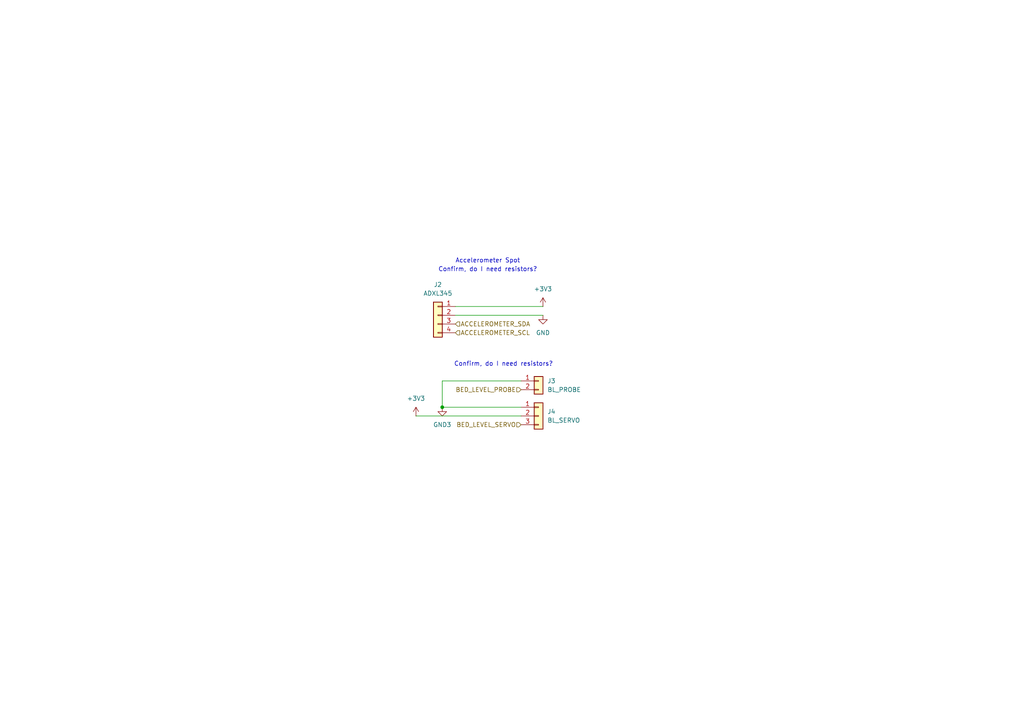
<source format=kicad_sch>
(kicad_sch (version 20250114) (generator "eeschema") (generator_version "9.0")
  (paper "A4")
  (lib_symbols
    (symbol "Connector_Generic:Conn_01x02" (pin_names (offset 1.016) (hide yes))
      (property "Reference" "J" (at 0 2.54 0))
      (property "Value" "Conn_01x02" (at 0 -5.08 0))
      (symbol "Conn_01x02_1_1"
        (rectangle (start -1.27 1.27) (end 1.27 -3.81) (stroke (width 0.254)) (fill (type background)))
        (rectangle (start -1.27 0.127) (end 0 -0.127) (stroke (width 0.1524)))
        (rectangle (start -1.27 -2.413) (end 0 -2.667) (stroke (width 0.1524)))
        (pin passive line (at -5.08 0 0) (length 3.81) (name "Pin_1") (number "1"))
        (pin passive line (at -5.08 -2.54 0) (length 3.81) (name "Pin_2") (number "2"))
      )
    )
    (symbol "Connector_Generic:Conn_01x03" (pin_names (offset 1.016) (hide yes))
      (property "Reference" "J" (at 0 5.08 0))
      (property "Value" "Conn_01x03" (at 0 -5.08 0))
      (symbol "Conn_01x03_1_1"
        (rectangle (start -1.27 3.81) (end 1.27 -3.81) (stroke (width 0.254)) (fill (type background)))
        (rectangle (start -1.27 2.667) (end 0 2.413) (stroke (width 0.1524)))
        (rectangle (start -1.27 0.127) (end 0 -0.127) (stroke (width 0.1524)))
        (rectangle (start -1.27 -2.413) (end 0 -2.667) (stroke (width 0.1524)))
        (pin passive line (at -5.08 2.54 0) (length 3.81) (name "Pin_1") (number "1"))
        (pin passive line (at -5.08 0 0) (length 3.81) (name "Pin_2") (number "2"))
        (pin passive line (at -5.08 -2.54 0) (length 3.81) (name "Pin_3") (number "3"))
      )
    )
    (symbol "Connector_Generic:Conn_01x04" (pin_names (offset 1.016) (hide yes))
      (property "Reference" "J" (at 0 5.08 0))
      (property "Value" "Conn_01x04" (at 0 -7.62 0))
      (symbol "Conn_01x04_1_1"
        (rectangle (start -1.27 3.81) (end 1.27 -6.35) (stroke (width 0.254)) (fill (type background)))
        (rectangle (start -1.27 2.667) (end 0 2.413) (stroke (width 0.1524)))
        (rectangle (start -1.27 0.127) (end 0 -0.127) (stroke (width 0.1524)))
        (rectangle (start -1.27 -2.413) (end 0 -2.667) (stroke (width 0.1524)))
        (rectangle (start -1.27 -4.953) (end 0 -5.207) (stroke (width 0.1524)))
        (pin passive line (at -5.08 2.54 0) (length 3.81) (name "Pin_1") (number "1"))
        (pin passive line (at -5.08 0 0) (length 3.81) (name "Pin_2") (number "2"))
        (pin passive line (at -5.08 -2.54 0) (length 3.81) (name "Pin_3") (number "3"))
        (pin passive line (at -5.08 -5.08 0) (length 3.81) (name "Pin_4") (number "4"))
      )
    )
    (symbol "power:+3V3" (power) (pin_numbers (hide yes)) (pin_names (offset 0) (hide yes))
      (property "Value" "+3V3" (at 0 3.556 0))
      (symbol "+3V3_0_1"
        (polyline (pts (xy -0.762 1.27) (xy 0 2.54)))
        (polyline (pts (xy 0 2.54) (xy 0.762 1.27)))
        (polyline (pts (xy 0 0) (xy 0 2.54)))
      )
      (symbol "+3V3_1_1"
        (pin power_in line (at 0 0 90) (length 0) (name "~") (number "1"))
      )
    )
    (symbol "power:GND" (power) (pin_numbers (hide yes)) (pin_names (offset 0) (hide yes))
      (property "Value" "GND" (at 0 -3.81 0))
      (symbol "GND_0_1"
        (polyline (pts (xy 0 0) (xy 0 -1.27) (xy 1.27 -1.27) (xy 0 -2.54) (xy -1.27 -1.27) (xy 0 -1.27)))
      )
      (symbol "GND_1_1"
        (pin power_in line (at 0 0 270) (length 0) (name "~") (number "1"))
      )
    )
    (symbol "power:GND3" (power) (pin_numbers (hide yes)) (pin_names (offset 0) (hide yes))
      (property "Value" "GND3" (at 0 -3.81 0))
      (symbol "GND3_0_1"
        (polyline (pts (xy 0 0) (xy 0 -1.27) (xy 1.27 -1.27) (xy 0 -2.54) (xy -1.27 -1.27) (xy 0 -1.27)))
      )
      (symbol "GND3_1_1"
        (pin power_in line (at 0 0 270) (length 0) (name "~") (number "1"))
      )
    )
  )
  (text "Confirm, do I need resistors?" (at 146.05 105.664 0) (effects (font (size 1.27 1.27))))
  (text "Accelerometer Spot\n" (at 141.478 75.692 0) (effects (font (size 1.27 1.27))))
  (text "Confirm, do I need resistors?" (at 141.478 78.232 0) (effects (font (size 1.27 1.27))))
  (junction (at 128.27 118.11))
  (wire (pts (xy 157.48 88.9) (xy 132.08 88.9)))
  (wire (pts (xy 128.27 118.11) (xy 151.13 118.11)))
  (wire (pts (xy 120.65 120.65) (xy 151.13 120.65)))
  (wire (pts (xy 132.08 91.44) (xy 157.48 91.44)))
  (wire (pts (xy 128.27 110.49) (xy 128.27 118.11)))
  (wire (pts (xy 128.27 110.49) (xy 151.13 110.49)))
  (hierarchical_label "BED_LEVEL_PROBE" (shape input) (at 151.13 113.03 180))
  (hierarchical_label "ACCELEROMETER_SCL" (shape input) (at 132.08 96.52 0))
  (hierarchical_label "ACCELEROMETER_SDA" (shape input) (at 132.08 93.98 0))
  (hierarchical_label "BED_LEVEL_SERVO" (shape input) (at 151.13 123.19 180))
  (symbol (lib_id "power:GND") (at 157.48 91.44 0) (unit 1)
    (property "Reference" "#PWR0170" (effects (hide yes)))
    (property "Value" "GND" (at 157.48 96.52 0))
    (property "Description" "Power symbol creates a global label with name \"GND\" , ground" (effects (hide yes)))
  )
  (symbol (lib_id "power:GND3") (at 128.27 118.11 0) (unit 1)
    (property "Reference" "#PWR0135" (effects (hide yes)))
    (property "Value" "GND3" (at 128.27 123.19 0))
    (property "Description" "Power symbol creates a global label with name \"GND3\" , ground" (effects (hide yes)))
  )
  (symbol (lib_id "power:+3V3") (at 157.48 88.9 0) (unit 1)
    (property "Reference" "#PWR0169" (effects (hide yes)))
    (property "Value" "+3V3" (at 157.48 83.82 0))
    (property "Description" "Power symbol creates a global label with name \"+3V3\"" (effects (hide yes)))
  )
  (symbol (lib_id "Connector_Generic:Conn_01x04") (at 127 91.44 0) (mirror y) (unit 1)
    (property "Reference" "J2" (at 127 82.55 0))
    (property "Value" "ADXL345" (at 127 85.09 0))
    (property "Footprint" "Connector_JST:JST_PH_B4B-PH-K_1x04_P2.00mm_Vertical" (effects (hide yes)))
    (property "Description" "Generic connector, single row, 01x04, script generated (kicad-library-utils/schlib/autogen/connector/)" (effects (hide yes)))
  )
  (symbol (lib_id "Connector_Generic:Conn_01x03") (at 156.21 120.65 0) (unit 1) (in_bom no)
    (property "Reference" "J4" (at 158.75 119.3799 0) (effects (justify left)))
    (property "Value" "BL_SERVO" (at 158.75 121.9199 0) (effects (justify left)))
    (property "Footprint" "Connector_JST:JST_PH_B3B-PH-K_1x03_P2.00mm_Vertical" (effects (hide yes)))
    (property "Description" "Generic connector, single row, 01x03, script generated (kicad-library-utils/schlib/autogen/connector/)" (effects (hide yes)))
  )
  (symbol (lib_id "Connector_Generic:Conn_01x02") (at 156.21 110.49 0) (unit 1) (in_bom no)
    (property "Reference" "J3" (at 158.75 110.4899 0) (effects (justify left)))
    (property "Value" "BL_PROBE" (at 158.75 113.0299 0) (effects (justify left)))
    (property "Footprint" "Connector_JST:JST_PH_B2B-PH-K_1x02_P2.00mm_Vertical" (effects (hide yes)))
    (property "Description" "Generic connector, single row, 01x02, script generated (kicad-library-utils/schlib/autogen/connector/)" (effects (hide yes)))
  )
  (symbol (lib_id "power:+3V3") (at 120.65 120.65 0) (unit 1)
    (property "Reference" "#PWR0133" (effects (hide yes)))
    (property "Value" "+3V3" (at 120.65 115.57 0))
    (property "Description" "Power symbol creates a global label with name \"+3V3\"" (effects (hide yes)))
  )
)
</source>
